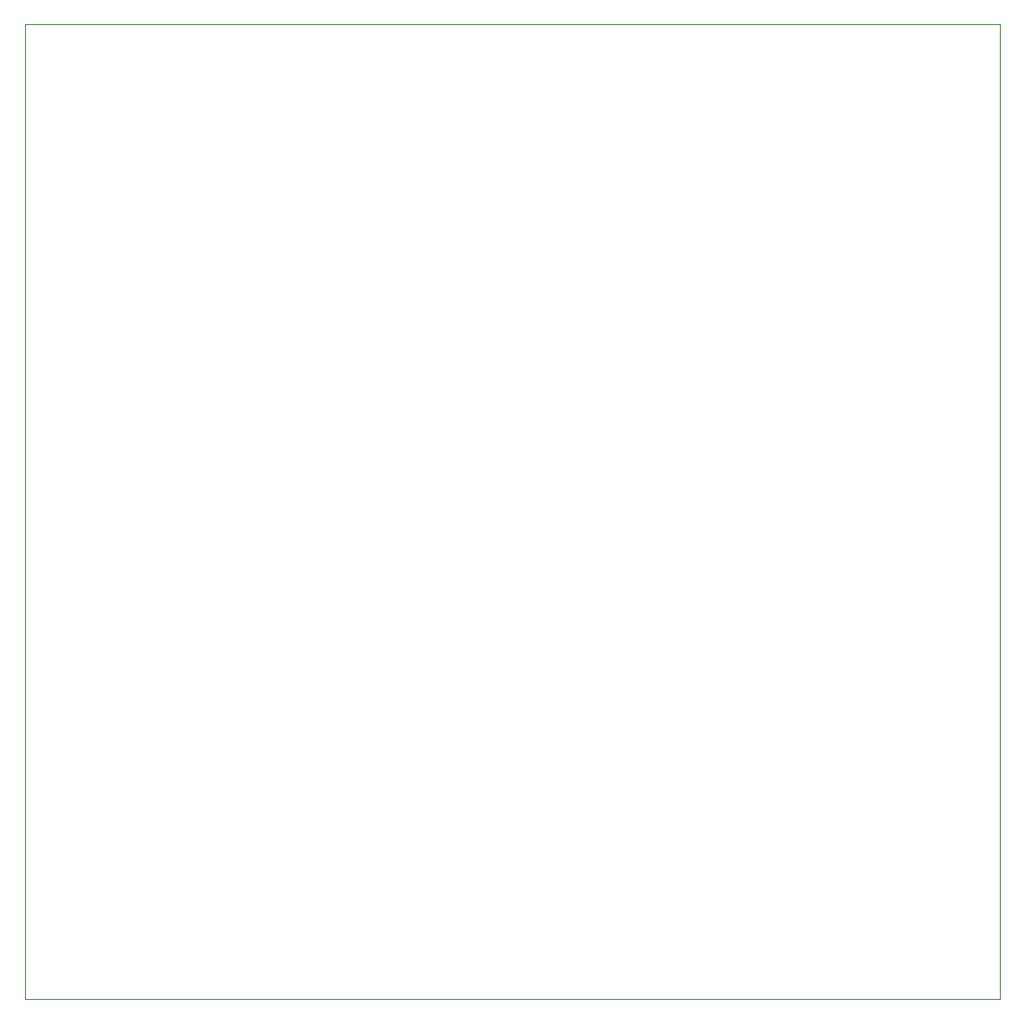
<source format=gbr>
G04 #@! TF.GenerationSoftware,KiCad,Pcbnew,5.1.5-52549c5~86~ubuntu18.04.1*
G04 #@! TF.CreationDate,2020-04-26T22:38:11-07:00*
G04 #@! TF.ProjectId,StencilFootprints,5374656e-6369-46c4-966f-6f747072696e,rev?*
G04 #@! TF.SameCoordinates,Original*
G04 #@! TF.FileFunction,Profile,NP*
%FSLAX46Y46*%
G04 Gerber Fmt 4.6, Leading zero omitted, Abs format (unit mm)*
G04 Created by KiCad (PCBNEW 5.1.5-52549c5~86~ubuntu18.04.1) date 2020-04-26 22:38:11*
%MOMM*%
%LPD*%
G04 APERTURE LIST*
%ADD10C,0.050000*%
G04 APERTURE END LIST*
D10*
X101600000Y-152400000D02*
X101600000Y-63500000D01*
X190500000Y-152400000D02*
X101600000Y-152400000D01*
X190500000Y-63500000D02*
X190500000Y-152400000D01*
X101600000Y-63500000D02*
X190500000Y-63500000D01*
M02*

</source>
